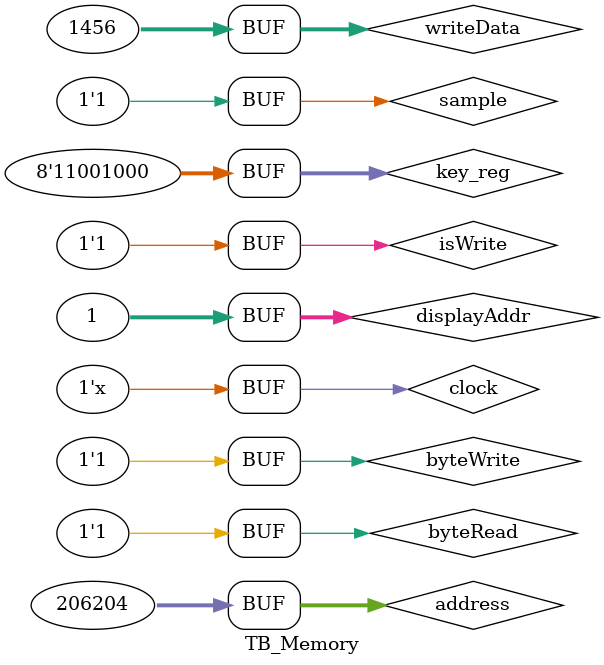
<source format=v>
`timescale 1 ns / 1 ns
module TB_Memory;

  reg clock;
  reg isWrite;
  reg byteWrite;
  reg byteRead;  
    reg [31:0] address;
    reg [31:0] writeData;
    reg [31:0] displayAddr;
    wire [31:0] displayData;
    reg [31:0] data;
    wire [31:0] RD;
    reg sample;
    reg [7:0] key_reg;



  // Instantiate the Memory module
  Memory my_mem_unit (.clock(clock),.isWrite(isWrite),.byteWrite(byteWrite),.byteRead(byteRead),.address(address),.writeData(writeData),.displayAddr(displayAddr),.displayData(displayData),
                    .RD(RD),.sample(sample),.key_reg(key_reg));

  // Clock generation (adjust the period as needed)
  always begin
    #10 clock = ~clock;
  end

  // Test scenario
  initial begin

    // Initialize Inputs
    clock = 0;
    isWrite = 1'b1;
    byteWrite = 1'b1;
    byteRead = 1'b1;
    address = 32'd30;
    writeData = 32'd1456;
    displayAddr = 32'd1;
    sample = 1'b1;

    //keyboard read
    #110
    sample = 1'b0;
    address = 32'd206204;
    key_reg = 8'd20;

    //non keyboard read
    #110;
    address = 32'd30;

    //keyboard read without key pressed
    #110;
    address = 32'd206204;

    //keyboard read with key pressed
    #110;
    address = 32'd206204;
    sample = 1'b1;
    key_reg = 8'd50;

    //keyboard read with key pressed
    #110;
    sample = 1'b0;
    key_reg = 8'd110;

    //non keyboard read
    #110;
    address = 32'd40;

    //keyboard read without key pressed
    #110;
    address = 32'd206204;

    //keyboard read with key pressed
    #110;
    sample = 1'b1;
    key_reg = 8'd200;

    // Check the output
    
  end

endmodule
</source>
